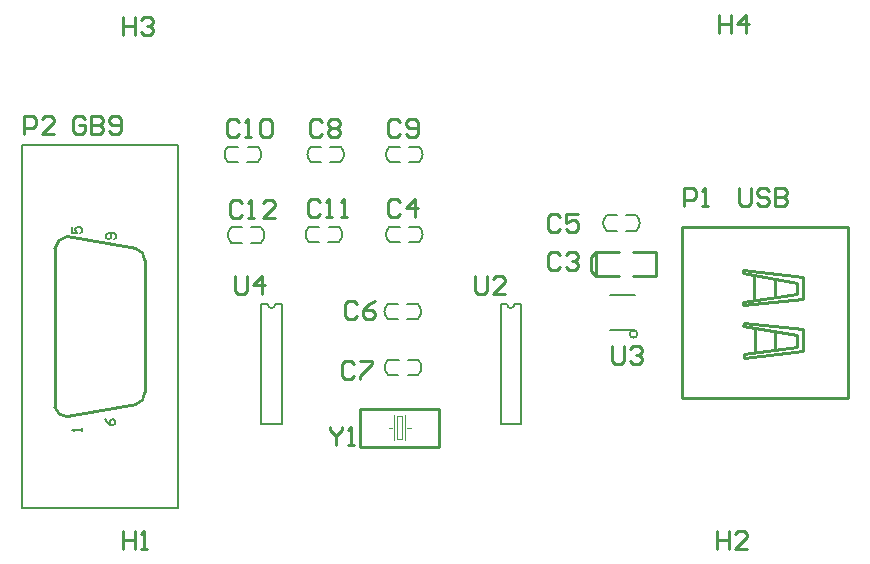
<source format=gto>
G04*
G04 #@! TF.GenerationSoftware,Altium Limited,Altium Designer,20.1.10 (176)*
G04*
G04 Layer_Color=65535*
%FSLAX25Y25*%
%MOIN*%
G70*
G04*
G04 #@! TF.SameCoordinates,3FE8EB72-B5E6-4F20-A0E2-AFB057232DD4*
G04*
G04*
G04 #@! TF.FilePolarity,Positive*
G04*
G01*
G75*
%ADD10C,0.01000*%
%ADD11C,0.00787*%
%ADD12C,0.00500*%
%ADD13C,0.00394*%
%ADD14C,0.00800*%
D10*
X40486Y74294D02*
G03*
X43486Y78294I-1014J3885D01*
G01*
Y122294D02*
G03*
X40486Y126294I-4014J115D01*
G01*
X17486Y130294D02*
G03*
X13486Y126294I930J-4930D01*
G01*
Y73294D02*
G03*
X17486Y70294I3885J1014D01*
G01*
X13486Y73294D02*
Y126294D01*
X17487Y130293D02*
X40486Y126294D01*
X43486Y78294D02*
Y122294D01*
X17487Y70293D02*
X40486Y74294D01*
X141488Y60097D02*
Y63640D01*
X115307Y60097D02*
X141488D01*
X115307D02*
Y63640D01*
Y69152D02*
Y72695D01*
X141488D01*
Y69152D02*
Y72695D01*
X115307Y63640D02*
Y69152D01*
X141488Y63640D02*
Y69152D01*
X242897Y100392D02*
X243097Y101592D01*
X242897Y100392D02*
X260997Y97292D01*
Y93592D02*
Y97292D01*
X243026Y91011D02*
X260997Y93592D01*
X243026Y91011D02*
X243127Y89707D01*
X262997Y91992D01*
Y99292D01*
X243097Y101592D02*
X262997Y99292D01*
X246697Y91392D02*
Y99592D01*
X253597Y92692D02*
Y98392D01*
X253397Y110292D02*
Y115992D01*
X246497Y108992D02*
Y117192D01*
X242897Y119192D02*
X262797Y116892D01*
Y109592D02*
Y116892D01*
X242927Y107307D02*
X262797Y109592D01*
X242826Y108611D02*
X242927Y107307D01*
X242826Y108611D02*
X260797Y111192D01*
Y114892D01*
X242697Y117992D02*
X260797Y114892D01*
X242697Y117992D02*
X242897Y119192D01*
X277897Y76292D02*
Y133379D01*
X222530Y76292D02*
X277897D01*
X222530D02*
Y133392D01*
X277648D01*
X192135Y123458D02*
X193852Y125041D01*
X192135Y118734D02*
X193852Y117151D01*
X192135Y118734D02*
Y123458D01*
X193852Y117151D02*
X201478D01*
X206202D02*
X213828D01*
X206202Y125041D02*
X213828D01*
X193852D02*
X201478D01*
X213828Y117151D02*
Y125041D01*
X193852Y117151D02*
Y125041D01*
X3047Y164353D02*
Y170351D01*
X6046D01*
X7046Y169352D01*
Y167352D01*
X6046Y166352D01*
X3047D01*
X13044Y164353D02*
X9045D01*
X13044Y168352D01*
Y169352D01*
X12044Y170351D01*
X10045D01*
X9045Y169352D01*
X105270Y66895D02*
Y65896D01*
X107269Y63896D01*
X109268Y65896D01*
Y66895D01*
X107269Y63896D02*
Y60897D01*
X111268D02*
X113267D01*
X112267D01*
Y66895D01*
X111268Y65896D01*
X73647Y117044D02*
Y112046D01*
X74647Y111046D01*
X76646D01*
X77646Y112046D01*
Y117044D01*
X82644Y111046D02*
Y117044D01*
X79645Y114045D01*
X83644D01*
X153447Y117044D02*
Y112046D01*
X154447Y111046D01*
X156446D01*
X157446Y112046D01*
Y117044D01*
X163444Y111046D02*
X159445D01*
X163444Y115045D01*
Y116045D01*
X162444Y117044D01*
X160445D01*
X159445Y116045D01*
X223047Y140426D02*
Y146424D01*
X226046D01*
X227046Y145425D01*
Y143425D01*
X226046Y142426D01*
X223047D01*
X229045Y140426D02*
X231045D01*
X230045D01*
Y146424D01*
X229045Y145425D01*
X113298Y87696D02*
X112298Y88695D01*
X110299D01*
X109299Y87696D01*
Y83697D01*
X110299Y82697D01*
X112298D01*
X113298Y83697D01*
X115297Y88695D02*
X119296D01*
Y87696D01*
X115297Y83697D01*
Y82697D01*
X199199Y93695D02*
Y88697D01*
X200199Y87697D01*
X202198D01*
X203198Y88697D01*
Y93695D01*
X205197Y92696D02*
X206197Y93695D01*
X208196D01*
X209196Y92696D01*
Y91696D01*
X208196Y90696D01*
X207196D01*
X208196D01*
X209196Y89697D01*
Y88697D01*
X208196Y87697D01*
X206197D01*
X205197Y88697D01*
X114098Y107880D02*
X113098Y108880D01*
X111099D01*
X110099Y107880D01*
Y103882D01*
X111099Y102882D01*
X113098D01*
X114098Y103882D01*
X120096Y108880D02*
X118096Y107880D01*
X116097Y105881D01*
Y103882D01*
X117097Y102882D01*
X119096D01*
X120096Y103882D01*
Y104881D01*
X119096Y105881D01*
X116097D01*
X181698Y124196D02*
X180698Y125195D01*
X178699D01*
X177699Y124196D01*
Y120197D01*
X178699Y119197D01*
X180698D01*
X181698Y120197D01*
X183697Y124196D02*
X184697Y125195D01*
X186696D01*
X187696Y124196D01*
Y123196D01*
X186696Y122196D01*
X185696D01*
X186696D01*
X187696Y121196D01*
Y120197D01*
X186696Y119197D01*
X184697D01*
X183697Y120197D01*
X75896Y141595D02*
X74896Y142594D01*
X72897D01*
X71897Y141595D01*
Y137596D01*
X72897Y136596D01*
X74896D01*
X75896Y137596D01*
X77895Y136596D02*
X79895D01*
X78895D01*
Y142594D01*
X77895Y141595D01*
X86892Y136596D02*
X82894D01*
X86892Y140595D01*
Y141595D01*
X85893Y142594D01*
X83894D01*
X82894Y141595D01*
X128646Y141845D02*
X127646Y142844D01*
X125647D01*
X124647Y141845D01*
Y137846D01*
X125647Y136846D01*
X127646D01*
X128646Y137846D01*
X133644Y136846D02*
Y142844D01*
X130645Y139845D01*
X134644D01*
X101796Y141795D02*
X100796Y142794D01*
X98797D01*
X97797Y141795D01*
Y137796D01*
X98797Y136796D01*
X100796D01*
X101796Y137796D01*
X103795Y136796D02*
X105795D01*
X104795D01*
Y142794D01*
X103795Y141795D01*
X108794Y136796D02*
X110793D01*
X109793D01*
Y142794D01*
X108794Y141795D01*
X181998Y136796D02*
X180998Y137795D01*
X178999D01*
X177999Y136796D01*
Y132797D01*
X178999Y131797D01*
X180998D01*
X181998Y132797D01*
X187996Y137795D02*
X183997D01*
Y134796D01*
X185996Y135796D01*
X186996D01*
X187996Y134796D01*
Y132797D01*
X186996Y131797D01*
X184997D01*
X183997Y132797D01*
X241497Y146394D02*
Y141396D01*
X242497Y140396D01*
X244496D01*
X245496Y141396D01*
Y146394D01*
X251494Y145395D02*
X250495Y146394D01*
X248495D01*
X247495Y145395D01*
Y144395D01*
X248495Y143395D01*
X250495D01*
X251494Y142396D01*
Y141396D01*
X250495Y140396D01*
X248495D01*
X247495Y141396D01*
X253493Y146394D02*
Y140396D01*
X256492D01*
X257492Y141396D01*
Y142396D01*
X256492Y143395D01*
X253493D01*
X256492D01*
X257492Y144395D01*
Y145395D01*
X256492Y146394D01*
X253493D01*
X102446Y168545D02*
X101446Y169544D01*
X99447D01*
X98447Y168545D01*
Y164546D01*
X99447Y163546D01*
X101446D01*
X102446Y164546D01*
X104445Y168545D02*
X105445Y169544D01*
X107445D01*
X108444Y168545D01*
Y167545D01*
X107445Y166545D01*
X108444Y165546D01*
Y164546D01*
X107445Y163546D01*
X105445D01*
X104445Y164546D01*
Y165546D01*
X105445Y166545D01*
X104445Y167545D01*
Y168545D01*
X105445Y166545D02*
X107445D01*
X74796Y168495D02*
X73796Y169494D01*
X71797D01*
X70797Y168495D01*
Y164496D01*
X71797Y163496D01*
X73796D01*
X74796Y164496D01*
X76795Y163496D02*
X78795D01*
X77795D01*
Y169494D01*
X76795Y168495D01*
X81794D02*
X82793Y169494D01*
X84793D01*
X85792Y168495D01*
Y164496D01*
X84793Y163496D01*
X82793D01*
X81794Y164496D01*
Y168495D01*
X128646Y168545D02*
X127646Y169544D01*
X125647D01*
X124647Y168545D01*
Y164546D01*
X125647Y163546D01*
X127646D01*
X128646Y164546D01*
X130645D02*
X131645Y163546D01*
X133644D01*
X134644Y164546D01*
Y168545D01*
X133644Y169544D01*
X131645D01*
X130645Y168545D01*
Y167545D01*
X131645Y166545D01*
X134644D01*
X234302Y32099D02*
Y26101D01*
Y29100D01*
X238300D01*
Y32099D01*
Y26101D01*
X244298D02*
X240300D01*
X244298Y30100D01*
Y31099D01*
X243299Y32099D01*
X241299D01*
X240300Y31099D01*
X36188Y32099D02*
Y26101D01*
Y29100D01*
X40187D01*
Y32099D01*
Y26101D01*
X42186D02*
X44185D01*
X43186D01*
Y32099D01*
X42186Y31099D01*
X234802Y204099D02*
Y198101D01*
Y201100D01*
X238800D01*
Y204099D01*
Y198101D01*
X243799D02*
Y204099D01*
X240800Y201100D01*
X244798D01*
X36188Y203599D02*
Y197601D01*
Y200600D01*
X40187D01*
Y203599D01*
Y197601D01*
X42186Y202599D02*
X43186Y203599D01*
X45185D01*
X46185Y202599D01*
Y201600D01*
X45185Y200600D01*
X44185D01*
X45185D01*
X46185Y199600D01*
Y198601D01*
X45185Y197601D01*
X43186D01*
X42186Y198601D01*
X23496Y169352D02*
X22496Y170351D01*
X20497D01*
X19497Y169352D01*
Y165353D01*
X20497Y164353D01*
X22496D01*
X23496Y165353D01*
Y167352D01*
X21497D01*
X25495Y170351D02*
Y164353D01*
X28495D01*
X29494Y165353D01*
Y166352D01*
X28495Y167352D01*
X25495D01*
X28495D01*
X29494Y168352D01*
Y169352D01*
X28495Y170351D01*
X25495D01*
X31493Y165353D02*
X32493Y164353D01*
X34492D01*
X35492Y165353D01*
Y169352D01*
X34492Y170351D01*
X32493D01*
X31493Y169352D01*
Y168352D01*
X32493Y167352D01*
X35492D01*
D11*
X84393Y107696D02*
G03*
X86893Y107696I1250J0D01*
G01*
X164193D02*
G03*
X166693Y107696I1250J0D01*
G01*
X207579Y97810D02*
G03*
X207579Y97810I-1245J0D01*
G01*
X16680Y160933D02*
X54486D01*
Y39673D02*
Y160933D01*
X2486Y39673D02*
X54486D01*
X2486D02*
Y160933D01*
X16680D01*
X82237Y107696D02*
X84393D01*
X86893D02*
X89049D01*
Y67696D02*
Y107696D01*
X82237Y67696D02*
X89049D01*
X82237D02*
Y107696D01*
X162038D02*
X164193D01*
X166693D02*
X168849D01*
Y67696D02*
Y107696D01*
X162038Y67696D02*
X168849D01*
X162038D02*
Y107696D01*
X198460Y98991D02*
X206728D01*
X198460Y110802D02*
X206728D01*
D12*
X134588Y84249D02*
G03*
X134588Y89144I-2282J2447D01*
G01*
X124512D02*
G03*
X124512Y84249I2282J-2447D01*
G01*
X134488Y102833D02*
G03*
X134488Y107728I-2282J2447D01*
G01*
X124412D02*
G03*
X124412Y102833I2282J-2447D01*
G01*
X72206Y133244D02*
G03*
X72206Y128349I2282J-2447D01*
G01*
X82283D02*
G03*
X82283Y133244I-2282J2447D01*
G01*
X134988Y128549D02*
G03*
X134988Y133444I-2282J2447D01*
G01*
X124912D02*
G03*
X124912Y128549I2282J-2447D01*
G01*
X98106Y133444D02*
G03*
X98106Y128549I2282J-2447D01*
G01*
X108183D02*
G03*
X108183Y133444I-2282J2447D01*
G01*
X197306Y137244D02*
G03*
X197306Y132349I2282J-2447D01*
G01*
X207383D02*
G03*
X207383Y137244I-2282J2447D01*
G01*
X108788Y155249D02*
G03*
X108788Y160144I-2282J2447D01*
G01*
X98712D02*
G03*
X98712Y155249I2282J-2447D01*
G01*
X71106Y160144D02*
G03*
X71106Y155249I2282J-2447D01*
G01*
X81183D02*
G03*
X81183Y160144I-2282J2447D01*
G01*
X134988Y155249D02*
G03*
X134988Y160144I-2282J2447D01*
G01*
X124912D02*
G03*
X124912Y155249I2282J-2447D01*
G01*
X124629Y89255D02*
X128038D01*
X124629Y84137D02*
X127997D01*
X131057Y89255D02*
X134471D01*
X131097Y84137D02*
X134471D01*
X124529Y107840D02*
X127938D01*
X124529Y102722D02*
X127897D01*
X130957Y107840D02*
X134371D01*
X130997Y102722D02*
X134371D01*
X78757Y128237D02*
X82166D01*
X78797Y133355D02*
X82166D01*
X72323Y128237D02*
X75738D01*
X72323Y133355D02*
X75697D01*
X125029Y133555D02*
X128438D01*
X125029Y128437D02*
X128397D01*
X131457Y133555D02*
X134871D01*
X131497Y128437D02*
X134871D01*
X104657D02*
X108066D01*
X104697Y133555D02*
X108066D01*
X98223Y128437D02*
X101638D01*
X98223Y133555D02*
X101597D01*
X203857Y132237D02*
X207266D01*
X203897Y137355D02*
X207266D01*
X197423Y132237D02*
X200838D01*
X197423Y137355D02*
X200797D01*
X98829Y160255D02*
X102238D01*
X98829Y155137D02*
X102197D01*
X105257Y160255D02*
X108671D01*
X105297Y155137D02*
X108671D01*
X71223Y160255D02*
X74597D01*
X71223Y155137D02*
X74638D01*
X77697Y160255D02*
X81066D01*
X77657Y155137D02*
X81066D01*
X125029Y160255D02*
X128438D01*
X125029Y155137D02*
X128397D01*
X131457Y160255D02*
X134871D01*
X131497Y155137D02*
X134871D01*
D13*
X124785Y66433D02*
X125967D01*
X126360Y62496D02*
Y70764D01*
X129116Y62890D02*
Y70370D01*
X127542D02*
X129116D01*
X127542Y62890D02*
Y70370D01*
Y62890D02*
X129116D01*
X130297Y62496D02*
Y70764D01*
X130697Y66396D02*
X132097D01*
D14*
X19246Y133474D02*
Y131295D01*
X20880D01*
X20335Y132384D01*
Y132929D01*
X20880Y133474D01*
X21969D01*
X22514Y132929D01*
Y131840D01*
X21969Y131295D01*
X33241Y129294D02*
X33786Y129839D01*
Y130928D01*
X33241Y131473D01*
X31063D01*
X30518Y130928D01*
Y129839D01*
X31063Y129294D01*
X31607D01*
X32152Y129839D01*
Y131473D01*
X30245Y69474D02*
X30790Y68384D01*
X31879Y67295D01*
X32968D01*
X33513Y67840D01*
Y68929D01*
X32968Y69474D01*
X32423D01*
X31879Y68929D01*
Y67295D01*
X22515Y65294D02*
Y66383D01*
Y65839D01*
X19247D01*
X19792Y65294D01*
M02*

</source>
